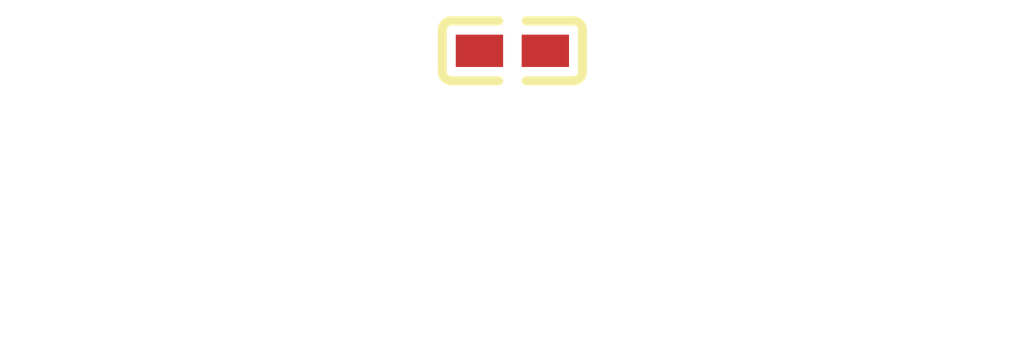
<source format=kicad_pcb>
(kicad_pcb (version 20241229) (generator "atopile") (generator_version "0.5.0")
  (layers (0 "F.Cu" signal) (31 "B.Cu" signal) (34 "B.Paste" user) (35 "F.Paste" user) (36 "B.SilkS" user "B.Silkscreen") (37 "F.SilkS" user "F.Silkscreen") (38 "B.Mask" user) (39 "F.Mask" user) (44 "Edge.Cuts" user))
  (net 0 "")
  (net 1 "hv")
  (net 2 "gnd")
  (footprint "atopile:C0402-b3ef17" (layer "F.Cu") (at 0 0 0)
    (property "Reference" "C1" (hide yes))
    (property "Value" "100nF ±10% 16V X7R")
    (fp_line (start 1.02 -0.5) (end 0.23 -0.5) (stroke (width 0.15)) (layer "F.SilkS"))
    (fp_line (start 0.23 0.5) (end 1.02 0.5) (stroke (width 0.15)) (layer "F.SilkS"))
    (fp_line (start 1.17 0.35) (end 1.17 -0.35) (stroke (width 0.15)) (layer "F.SilkS"))
    (fp_line (start -1.02 -0.5) (end -0.23 -0.5) (stroke (width 0.15)) (layer "F.SilkS"))
    (fp_line (start -0.23 0.5) (end -1.02 0.5) (stroke (width 0.15)) (layer "F.SilkS"))
    (fp_line (start -1.17 0.35) (end -1.17 -0.35) (stroke (width 0.15)) (layer "F.SilkS"))
    (fp_arc (start 1.17 0.35) (mid 1.1260660171779822 0.456066017177982) (end 1.02 0.4999999999999999) (stroke (width 0.15)) (layer "F.SilkS"))
    (fp_arc (start 1.02 -0.5) (mid 1.1260660171779822 -0.4560660171779821) (end 1.17 -0.35) (stroke (width 0.15)) (layer "F.SilkS"))
    (fp_arc (start -1.17 0.35) (mid -1.1260660171779822 0.456066017177982) (end -1.02 0.4999999999999999) (stroke (width 0.15)) (layer "F.SilkS"))
    (fp_arc (start -1.02 -0.5) (mid -1.1260660171779822 -0.4560660171779821) (end -1.17 -0.35) (stroke (width 0.15)) (layer "F.SilkS"))
    (pad "2" smd rect (at 0.55 0 0) (size 0.79 0.54) (layers "F.Cu" "F.Paste" "F.Mask") (net 2 "gnd"))
    (pad "1" smd rect (at -0.55 0 0) (size 0.79 0.54) (layers "F.Cu" "F.Paste" "F.Mask") (net 1 "hv"))
  )
)
</source>
